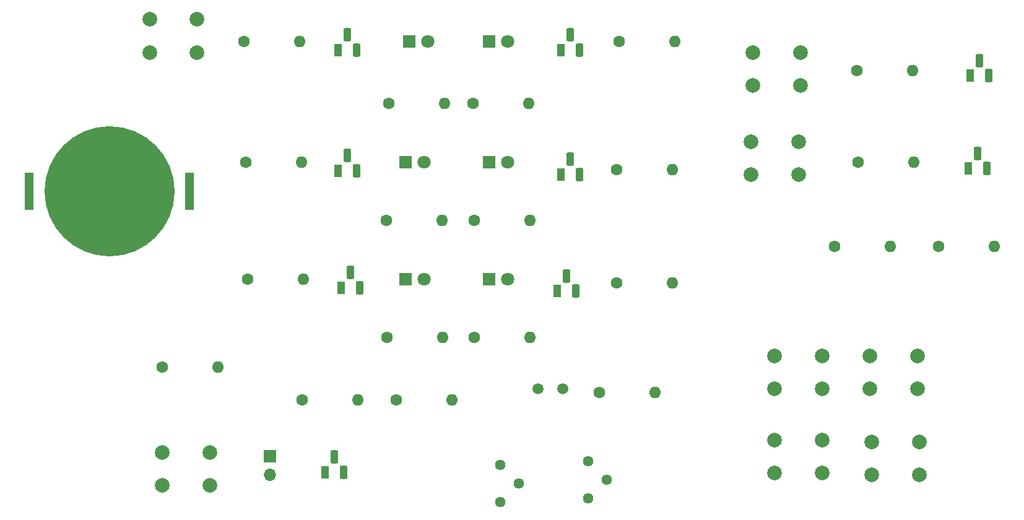
<source format=gbr>
%TF.GenerationSoftware,KiCad,Pcbnew,8.0.8*%
%TF.CreationDate,2025-07-02T05:08:29+01:00*%
%TF.ProjectId,Solder,536f6c64-6572-42e6-9b69-6361645f7063,rev?*%
%TF.SameCoordinates,Original*%
%TF.FileFunction,Soldermask,Top*%
%TF.FilePolarity,Negative*%
%FSLAX46Y46*%
G04 Gerber Fmt 4.6, Leading zero omitted, Abs format (unit mm)*
G04 Created by KiCad (PCBNEW 8.0.8) date 2025-07-02 05:08:29*
%MOMM*%
%LPD*%
G01*
G04 APERTURE LIST*
G04 Aperture macros list*
%AMRoundRect*
0 Rectangle with rounded corners*
0 $1 Rounding radius*
0 $2 $3 $4 $5 $6 $7 $8 $9 X,Y pos of 4 corners*
0 Add a 4 corners polygon primitive as box body*
4,1,4,$2,$3,$4,$5,$6,$7,$8,$9,$2,$3,0*
0 Add four circle primitives for the rounded corners*
1,1,$1+$1,$2,$3*
1,1,$1+$1,$4,$5*
1,1,$1+$1,$6,$7*
1,1,$1+$1,$8,$9*
0 Add four rect primitives between the rounded corners*
20,1,$1+$1,$2,$3,$4,$5,0*
20,1,$1+$1,$4,$5,$6,$7,0*
20,1,$1+$1,$6,$7,$8,$9,0*
20,1,$1+$1,$8,$9,$2,$3,0*%
G04 Aperture macros list end*
%ADD10R,1.270000X5.080000*%
%ADD11C,17.800000*%
%ADD12C,2.000000*%
%ADD13C,1.440000*%
%ADD14C,1.600000*%
%ADD15O,1.600000X1.600000*%
%ADD16C,1.500000*%
%ADD17R,1.100000X1.800000*%
%ADD18RoundRect,0.275000X-0.275000X-0.625000X0.275000X-0.625000X0.275000X0.625000X-0.275000X0.625000X0*%
%ADD19R,1.700000X1.700000*%
%ADD20O,1.700000X1.700000*%
%ADD21R,1.800000X1.800000*%
%ADD22C,1.800000*%
G04 APERTURE END LIST*
D10*
%TO.C,BT1*%
X22515000Y-83000000D03*
X44485000Y-83000000D03*
D11*
X33500000Y-83000000D03*
%TD*%
D12*
%TO.C,SW8*%
X137750000Y-117250000D03*
X144250000Y-117250000D03*
X137750000Y-121750000D03*
X144250000Y-121750000D03*
%TD*%
%TO.C,SW7*%
X124500000Y-117000000D03*
X131000000Y-117000000D03*
X124500000Y-121500000D03*
X131000000Y-121500000D03*
%TD*%
%TO.C,SW6*%
X137500000Y-105500000D03*
X144000000Y-105500000D03*
X137500000Y-110000000D03*
X144000000Y-110000000D03*
%TD*%
%TO.C,SW5*%
X124500000Y-105500000D03*
X131000000Y-105500000D03*
X124500000Y-110000000D03*
X131000000Y-110000000D03*
%TD*%
%TO.C,SW4*%
X121250000Y-76250000D03*
X127750000Y-76250000D03*
X121250000Y-80750000D03*
X127750000Y-80750000D03*
%TD*%
%TO.C,SW3*%
X121500000Y-64000000D03*
X128000000Y-64000000D03*
X121500000Y-68500000D03*
X128000000Y-68500000D03*
%TD*%
%TO.C,SW2*%
X40750000Y-118750000D03*
X47250000Y-118750000D03*
X40750000Y-123250000D03*
X47250000Y-123250000D03*
%TD*%
%TO.C,SW1*%
X39000000Y-59500000D03*
X45500000Y-59500000D03*
X39000000Y-64000000D03*
X45500000Y-64000000D03*
%TD*%
D13*
%TO.C,RV2*%
X99000000Y-125000000D03*
X101540000Y-122460000D03*
X99000000Y-119920000D03*
%TD*%
%TO.C,RV1*%
X86960000Y-125540000D03*
X89500000Y-123000000D03*
X86960000Y-120460000D03*
%TD*%
D14*
%TO.C,R37*%
X146880000Y-90500000D03*
D15*
X154500000Y-90500000D03*
%TD*%
D14*
%TO.C,R36*%
X132690000Y-90500000D03*
D15*
X140310000Y-90500000D03*
%TD*%
D14*
%TO.C,R35*%
X135880000Y-79000000D03*
D15*
X143500000Y-79000000D03*
%TD*%
D14*
%TO.C,R34*%
X135690000Y-66500000D03*
D15*
X143310000Y-66500000D03*
%TD*%
D14*
%TO.C,R33*%
X100500000Y-110500000D03*
D15*
X108120000Y-110500000D03*
%TD*%
D14*
%TO.C,R32*%
X72690000Y-111500000D03*
D15*
X80310000Y-111500000D03*
%TD*%
D14*
%TO.C,R31*%
X59880000Y-111500000D03*
D15*
X67500000Y-111500000D03*
%TD*%
D14*
%TO.C,R30*%
X83380000Y-103000000D03*
D15*
X91000000Y-103000000D03*
%TD*%
D14*
%TO.C,R29*%
X71500000Y-103000000D03*
D15*
X79120000Y-103000000D03*
%TD*%
D14*
%TO.C,R28*%
X83380000Y-87000000D03*
D15*
X91000000Y-87000000D03*
%TD*%
D14*
%TO.C,R27*%
X71380000Y-87000000D03*
D15*
X79000000Y-87000000D03*
%TD*%
D14*
%TO.C,R26*%
X83190000Y-71000000D03*
D15*
X90810000Y-71000000D03*
%TD*%
D14*
%TO.C,R25*%
X71690000Y-71000000D03*
D15*
X79310000Y-71000000D03*
%TD*%
D14*
%TO.C,R24*%
X40690000Y-107000000D03*
D15*
X48310000Y-107000000D03*
%TD*%
D14*
%TO.C,R23*%
X102880000Y-95500000D03*
D15*
X110500000Y-95500000D03*
%TD*%
D14*
%TO.C,R22*%
X52380000Y-95000000D03*
D15*
X60000000Y-95000000D03*
%TD*%
D14*
%TO.C,R21*%
X102880000Y-80000000D03*
D15*
X110500000Y-80000000D03*
%TD*%
D14*
%TO.C,R20*%
X52190000Y-79000000D03*
D15*
X59810000Y-79000000D03*
%TD*%
D14*
%TO.C,R19*%
X103190000Y-62500000D03*
D15*
X110810000Y-62500000D03*
%TD*%
D14*
%TO.C,R18*%
X51880000Y-62500000D03*
D15*
X59500000Y-62500000D03*
%TD*%
D16*
%TO.C,R7*%
X92100000Y-110000000D03*
X95500000Y-110000000D03*
%TD*%
D17*
%TO.C,Q17*%
X150960000Y-79900000D03*
D18*
X152230000Y-77830000D03*
X153500000Y-79900000D03*
%TD*%
D17*
%TO.C,Q16*%
X151230000Y-67170000D03*
D18*
X152500000Y-65100000D03*
X153770000Y-67170000D03*
%TD*%
D17*
%TO.C,Q15*%
X62960000Y-121400000D03*
D18*
X64230000Y-119330000D03*
X65500000Y-121400000D03*
%TD*%
D17*
%TO.C,Q14*%
X94730000Y-96670000D03*
D18*
X96000000Y-94600000D03*
X97270000Y-96670000D03*
%TD*%
D17*
%TO.C,Q13*%
X65230000Y-96170000D03*
D18*
X66500000Y-94100000D03*
X67770000Y-96170000D03*
%TD*%
D17*
%TO.C,Q12*%
X95230000Y-80670000D03*
D18*
X96500000Y-78600000D03*
X97770000Y-80670000D03*
%TD*%
D17*
%TO.C,Q11*%
X64730000Y-80170000D03*
D18*
X66000000Y-78100000D03*
X67270000Y-80170000D03*
%TD*%
D17*
%TO.C,Q10*%
X95230000Y-63670000D03*
D18*
X96500000Y-61600000D03*
X97770000Y-63670000D03*
%TD*%
D17*
%TO.C,Q9*%
X64730000Y-63670000D03*
D18*
X66000000Y-61600000D03*
X67270000Y-63670000D03*
%TD*%
D19*
%TO.C,M1*%
X55500000Y-119225000D03*
D20*
X55500000Y-121765000D03*
%TD*%
D21*
%TO.C,D12*%
X85460000Y-95000000D03*
D22*
X88000000Y-95000000D03*
%TD*%
D21*
%TO.C,D11*%
X73960000Y-95000000D03*
D22*
X76500000Y-95000000D03*
%TD*%
D21*
%TO.C,D10*%
X85460000Y-79000000D03*
D22*
X88000000Y-79000000D03*
%TD*%
D21*
%TO.C,D9*%
X73960000Y-79000000D03*
D22*
X76500000Y-79000000D03*
%TD*%
D21*
%TO.C,D8*%
X85460000Y-62500000D03*
D22*
X88000000Y-62500000D03*
%TD*%
D21*
%TO.C,D7*%
X74500000Y-62500000D03*
D22*
X77040000Y-62500000D03*
%TD*%
M02*

</source>
